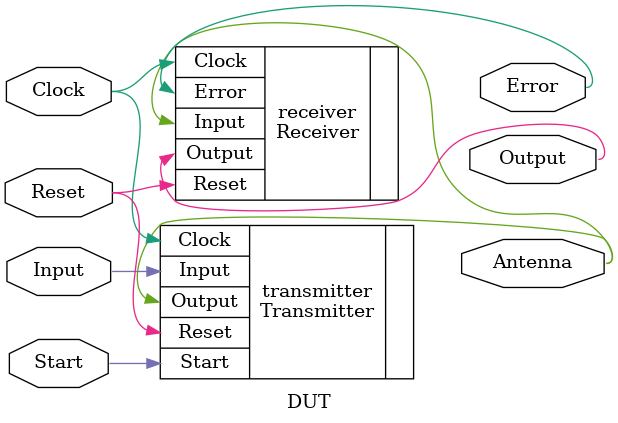
<source format=v>
`include "Transmitter/Transmitter.v"
`include "Receiver/Receiver.v"

module DUT(Start, Input, Reset, Clock, Antenna, Output, Error);
/*
 * Module `DUT`
 *
 * 802.11a IEEE whole module desing under test which make a closed loop
 * path from transmitter ro reciever and checks if the sending data and 
 * it's receving are the same or not 
 *
 * Sub modules:
 * + Transmitter/Transmitter.v
 * + Receiver/Receiver.v
 *
 * parameters:
 * Start    [1]: Active high one-shot start
 * Input    [1]: Input data stream
 * Reset    [1]: Active high asynchronous reset
 * Clock    [1]: Input clock
 * Antenna  [1]: transmitter output, reciever input
 * Output   [1]: Output Wifi data frame
 * Error    [1]: Error bit which uses for exception rasing
 *
 *************************************************
 * @author : sadrasabouri(sabouri.sadra@gmail.com)
 *************************************************
 */
    input wire Start;
    input wire Input;
    input wire Reset;
    input wire Clock;

    output wire Antenna;
    output wire Output;
    output wire Error;

    Transmitter transmitter(
        .Start(Start),
        .Input(Input),
        .Reset(Reset),
        .Clock(Clock),
        .Output(Antenna)
    );

    Receiver receiver(
        .Input(Antenna),
        .Reset(Reset),
        .Clock(Clock),
        .Output(Output),
        .Error(Error)
    );
endmodule

</source>
